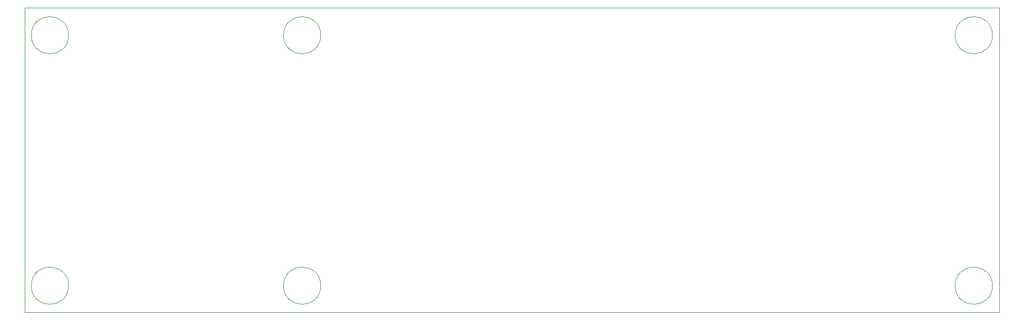
<source format=gm1>
%TF.GenerationSoftware,KiCad,Pcbnew,9.0.2*%
%TF.CreationDate,2025-08-19T17:48:26+02:00*%
%TF.ProjectId,esp32c6-charger,65737033-3263-4362-9d63-686172676572,rev?*%
%TF.SameCoordinates,Original*%
%TF.FileFunction,Profile,NP*%
%FSLAX45Y45*%
G04 Gerber Fmt 4.5, Leading zero omitted, Abs format (unit mm)*
G04 Created by KiCad (PCBNEW 9.0.2) date 2025-08-19 17:48:26*
%MOMM*%
%LPD*%
G01*
G04 APERTURE LIST*
%TA.AperFunction,Profile*%
%ADD10C,0.050000*%
%TD*%
G04 APERTURE END LIST*
D10*
X22885400Y-13563600D02*
G75*
G02*
X22273687Y-13563600I-305857J0D01*
G01*
X22273687Y-13563600D02*
G75*
G02*
X22885400Y-13563600I305856J0D01*
G01*
X23000000Y-14000000D02*
X7000000Y-14000000D01*
X22885400Y-9448800D02*
G75*
G02*
X22273687Y-9448800I-305857J0D01*
G01*
X22273687Y-9448800D02*
G75*
G02*
X22885400Y-9448800I305856J0D01*
G01*
X7722656Y-9448800D02*
G75*
G02*
X7110943Y-9448800I-305857J0D01*
G01*
X7110943Y-9448800D02*
G75*
G02*
X7722656Y-9448800I305857J0D01*
G01*
X23000000Y-9000000D02*
X23000000Y-14000000D01*
X11861800Y-13563600D02*
G75*
G02*
X11250087Y-13563600I-305857J0D01*
G01*
X11250087Y-13563600D02*
G75*
G02*
X11861800Y-13563600I305857J0D01*
G01*
X7000000Y-9000000D02*
X7000000Y-14000000D01*
X23000000Y-9000000D02*
X7000000Y-9000000D01*
X11861800Y-9448800D02*
G75*
G02*
X11250087Y-9448800I-305857J0D01*
G01*
X11250087Y-9448800D02*
G75*
G02*
X11861800Y-9448800I305857J0D01*
G01*
X7722656Y-13563600D02*
G75*
G02*
X7110943Y-13563600I-305857J0D01*
G01*
X7110943Y-13563600D02*
G75*
G02*
X7722656Y-13563600I305857J0D01*
G01*
M02*

</source>
